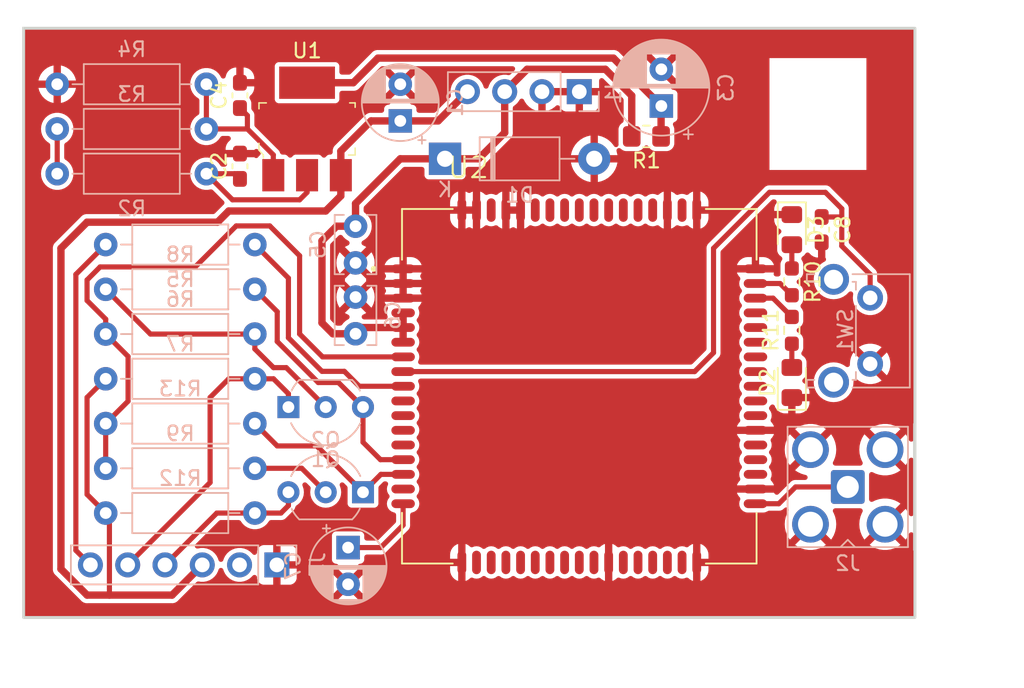
<source format=kicad_pcb>
(kicad_pcb (version 20221018) (generator pcbnew)
  (layers (0 "F.Cu" signal) (31 "B.Cu" signal) (34 "B.Paste" user) (35 "F.Paste" user) (36 "B.SilkS" user "B.Silkscreen") (37 "F.SilkS" user "F.Silkscreen") (38 "B.Mask" user) (39 "F.Mask" user) (44 "Edge.Cuts" user))
  (net 0 "")
  (net 1 "GND")
  (net 2 "/VDD_EXT")
  (net 3 "+5V")
  (net 4 "Net-(C2-Pad1)")
  (net 5 "Net-(U1-ADJ{slash}GND)")
  (net 6 "+BATT")
  (net 7 "Net-(U2-VRTC)")
  (net 8 "Net-(U2-PWRKEY)")
  (net 9 "Net-(D2-A)")
  (net 10 "Net-(D3-A)")
  (net 11 "Net-(J2-In)")
  (net 13 "Net-(J3-Pin_4)")
  (net 14 "Net-(J3-Pin_5)")
  (net 15 "Net-(J3-Pin_6)")
  (net 16 "Net-(Q1-B)")
  (net 17 "Net-(Q1-E)")
  (net 18 "Net-(Q2-C)")
  (net 19 "Net-(Q2-B)")
  (net 20 "Net-(R2-Pad1)")
  (net 21 "Net-(U2-DTR)")
  (net 22 "Net-(U2-NETLIGHT)")
  (net 23 "Net-(U2-STATUS)")
  (footprint "LOGO" (layer "F.Cu") (at 198.628 83.058)
    (fp_text reference "G***" hide)
    (fp_text value "LOGO" hide)
  )
  (footprint "Capacitor_SMD:C_0603_1608Metric_Pad1.08x0.95mm_HandSolder" (layer "F.Cu") (at 159.258 81.788 90)
    (fp_text reference "C4" (at 0 -1.43 90) (layer "F.SilkS"))
    (fp_text value "100n")
    (pad "1" smd roundrect (at -0.8625 0 90) (size 1.075 0.95) (layers "F.Cu" "F.Paste" "F.Mask") (net 5 "Net-(U1-ADJ{slash}GND)"))
    (pad "2" smd roundrect (at 0.8625 0 90) (size 1.075 0.95) (layers "F.Cu" "F.Paste" "F.Mask") (net 1 "GND"))
  )
  (footprint "Capacitor_SMD:C_0603_1608Metric_Pad1.08x0.95mm_HandSolder" (layer "F.Cu") (at 198.882 90.932 -90)
    (fp_text reference "C8" (at 0 -1.43 90) (layer "F.SilkS"))
    (fp_text value "100n")
    (pad "1" smd roundrect (at -0.8625 0 270) (size 1.075 0.95) (layers "F.Cu" "F.Paste" "F.Mask") (net 8 "Net-(U2-PWRKEY)"))
    (pad "2" smd roundrect (at 0.8625 0 270) (size 1.075 0.95) (layers "F.Cu" "F.Paste" "F.Mask") (net 1 "GND"))
  )
  (footprint "Capacitor_SMD:C_0603_1608Metric_Pad1.08x0.95mm_HandSolder" (layer "F.Cu") (at 159.258 86.614 90)
    (fp_text reference "C2" (at 0 -1.43 90) (layer "F.SilkS"))
    (fp_text value "100n")
    (pad "1" smd roundrect (at -0.8625 0 90) (size 1.075 0.95) (layers "F.Cu" "F.Paste" "F.Mask") (net 4 "Net-(C2-Pad1)"))
    (pad "2" smd roundrect (at 0.8625 0 90) (size 1.075 0.95) (layers "F.Cu" "F.Paste" "F.Mask") (net 1 "GND"))
  )
  (footprint "footprints:XCVR_SIM808" (layer "F.Cu") (at 182.372 101.6)
    (fp_text reference "U2" (at -7.555 -14.889) (layer "F.SilkS") (effects (font (size 1.4 1.4))))
    (fp_text value "SIM808")
    (pad "1" smd oval (at -12 -8) (size 1.6 0.6) (layers "F.Cu" "F.Paste" "F.Mask") (net 1 "GND"))
    (pad "2" smd oval (at -12 -7) (size 1.6 0.6) (layers "F.Cu" "F.Paste" "F.Mask") (net 1 "GND"))
    (pad "3" smd oval (at -12 -6) (size 1.6 0.6) (layers "F.Cu" "F.Paste" "F.Mask") (net 1 "GND"))
    (pad "4" smd oval (at -12 -5) (size 1.6 0.6) (layers "F.Cu" "F.Paste" "F.Mask") (net 6 "+BATT"))
    (pad "5" smd oval (at -12 -4) (size 1.6 0.6) (layers "F.Cu" "F.Paste" "F.Mask") (net 6 "+BATT"))
    (pad "6" smd oval (at -12 -3) (size 1.6 0.6) (layers "F.Cu" "F.Paste" "F.Mask") (net 6 "+BATT"))
    (pad "7" smd oval (at -12 -2) (size 1.6 0.6) (layers "F.Cu" "F.Paste" "F.Mask") (net 2 "/VDD_EXT"))
    (pad "8" smd oval (at -12 -1) (size 1.6 0.6) (layers "F.Cu" "F.Paste" "F.Mask") (net 8 "Net-(U2-PWRKEY)"))
    (pad "9" smd oval (at -12 0) (size 1.6 0.6) (layers "F.Cu" "F.Paste" "F.Mask") (net 21 "Net-(U2-DTR)"))
    (pad "10" smd oval (at -12 1) (size 1.6 0.6) (layers "F.Cu" "F.Paste" "F.Mask"))
    (pad "11" smd oval (at -12 2) (size 1.6 0.6) (layers "F.Cu" "F.Paste" "F.Mask"))
    (pad "12" smd oval (at -12 3) (size 1.6 0.6) (layers "F.Cu" "F.Paste" "F.Mask"))
    (pad "13" smd oval (at -12 4) (size 1.6 0.6) (layers "F.Cu" "F.Paste" "F.Mask"))
    (pad "14" smd oval (at -12 5) (size 1.6 0.6) (layers "F.Cu" "F.Paste" "F.Mask") (net 17 "Net-(Q1-E)"))
    (pad "15" smd oval (at -12 6) (size 1.6 0.6) (layers "F.Cu" "F.Paste" "F.Mask") (net 18 "Net-(Q2-C)"))
    (pad "16" smd oval (at -12 7) (size 1.6 0.6) (layers "F.Cu" "F.Paste" "F.Mask"))
    (pad "17" smd oval (at -12 8) (size 1.6 0.6) (layers "F.Cu" "F.Paste" "F.Mask") (net 7 "Net-(U2-VRTC)"))
    (pad "18" smd oval (at -8 12) (size 0.6 1.6) (layers "F.Cu" "F.Paste" "F.Mask") (net 1 "GND"))
    (pad "19" smd oval (at -7 12) (size 0.6 1.6) (layers "F.Cu" "F.Paste" "F.Mask"))
    (pad "20" smd oval (at -6 12) (size 0.6 1.6) (layers "F.Cu" "F.Paste" "F.Mask"))
    (pad "21" smd oval (at -5 12) (size 0.6 1.6) (layers "F.Cu" "F.Paste" "F.Mask"))
    (pad "22" smd oval (at -4 12) (size 0.6 1.6) (layers "F.Cu" "F.Paste" "F.Mask"))
    (pad "23" smd oval (at -3 12) (size 0.6 1.6) (layers "F.Cu" "F.Paste" "F.Mask"))
    (pad "24" smd oval (at -2 12) (size 0.6 1.6) (layers "F.Cu" "F.Paste" "F.Mask"))
    (pad "25" smd oval (at -1 12) (size 0.6 1.6) (layers "F.Cu" "F.Paste" "F.Mask"))
    (pad "26" smd oval (at 0 12) (size 0.6 1.6) (layers "F.Cu" "F.Paste" "F.Mask"))
    (pad "27" smd oval (at 1 12) (size 0.6 1.6) (layers "F.Cu" "F.Paste" "F.Mask"))
    (pad "28" smd oval (at 2 12) (size 0.6 1.6) (layers "F.Cu" "F.Paste" "F.Mask") (net 1 "GND"))
    (pad "29" smd oval (at 3 12) (size 0.6 1.6) (layers "F.Cu" "F.Paste" "F.Mask"))
    (pad "30" smd oval (at 4 12) (size 0.6 1.6) (layers "F.Cu" "F.Paste" "F.Mask"))
    (pad "31" smd oval (at 5 12) (size 0.6 1.6) (layers "F.Cu" "F.Paste" "F.Mask"))
    (pad "32" smd oval (at 6 12) (size 0.6 1.6) (layers "F.Cu" "F.Paste" "F.Mask"))
    (pad "33" smd oval (at 7 12) (size 0.6 1.6) (layers "F.Cu" "F.Paste" "F.Mask"))
    (pad "34" smd oval (at 8 12) (size 0.6 1.6) (layers "F.Cu" "F.Paste" "F.Mask") (net 1 "GND"))
    (pad "35" smd oval (at 12 8) (size 1.6 0.6) (layers "F.Cu" "F.Paste" "F.Mask") (net 11 "Net-(J2-In)"))
    (pad "36" smd oval (at 12 7) (size 1.6 0.6) (layers "F.Cu" "F.Paste" "F.Mask") (net 1 "GND"))
    (pad "37" smd oval (at 12 6) (size 1.6 0.6) (layers "F.Cu" "F.Paste" "F.Mask"))
    (pad "38" smd oval (at 12 5) (size 1.6 0.6) (layers "F.Cu" "F.Paste" "F.Mask"))
    (pad "39" smd oval (at 12 4) (size 1.6 0.6) (layers "F.Cu" "F.Paste" "F.Mask"))
    (pad "40" smd oval (at 12 3) (size 1.6 0.6) (layers "F.Cu" "F.Paste" "F.Mask") (net 1 "GND"))
    (pad "41" smd oval (at 12 2) (size 1.6 0.6) (layers "F.Cu" "F.Paste" "F.Mask"))
    (pad "42" smd oval (at 12 1) (size 1.6 0.6) (layers "F.Cu" "F.Paste" "F.Mask"))
    (pad "43" smd oval (at 12 0) (size 1.6 0.6) (layers "F.Cu" "F.Paste" "F.Mask"))
    (pad "44" smd oval (at 12 -1) (size 1.6 0.6) (layers "F.Cu" "F.Paste" "F.Mask"))
    (pad "45" smd oval (at 12 -2) (size 1.6 0.6) (layers "F.Cu" "F.Paste" "F.Mask"))
    (pad "46" smd oval (at 12 -3) (size 1.6 0.6) (layers "F.Cu" "F.Paste" "F.Mask"))
    (pad "47" smd oval (at 12 -4) (size 1.6 0.6) (layers "F.Cu" "F.Paste" "F.Mask"))
    (pad "48" smd oval (at 12 -5) (size 1.6 0.6) (layers "F.Cu" "F.Paste" "F.Mask"))
    (pad "49" smd oval (at 12 -6) (size 1.6 0.6) (layers "F.Cu" "F.Paste" "F.Mask") (net 23 "Net-(U2-STATUS)"))
    (pad "50" smd oval (at 12 -7) (size 1.6 0.6) (layers "F.Cu" "F.Paste" "F.Mask") (net 22 "Net-(U2-NETLIGHT)"))
    (pad "51" smd oval (at 12 -8) (size 1.6 0.6) (layers "F.Cu" "F.Paste" "F.Mask") (net 1 "GND"))
    (pad "52" smd oval (at 8 -12) (size 0.6 1.6) (layers "F.Cu" "F.Paste" "F.Mask") (net 1 "GND"))
    (pad "53" smd oval (at 7 -12) (size 0.6 1.6) (layers "F.Cu" "F.Paste" "F.Mask"))
    (pad "54" smd oval (at 6 -12) (size 0.6 1.6) (layers "F.Cu" "F.Paste" "F.Mask") (net 1 "GND"))
    (pad "55" smd oval (at 5 -12) (size 0.6 1.6) (layers "F.Cu" "F.Paste" "F.Mask"))
    (pad "56" smd oval (at 4 -12) (size 0.6 1.6) (layers "F.Cu" "F.Paste" "F.Mask"))
    (pad "57" smd oval (at 3 -12) (size 0.6 1.6) (layers "F.Cu" "F.Paste" "F.Mask"))
    (pad "58" smd oval (at 2 -12) (size 0.6 1.6) (layers "F.Cu" "F.Paste" "F.Mask"))
    (pad "59" smd oval (at 1 -12) (size 0.6 1.6) (layers "F.Cu" "F.Paste" "F.Mask"))
    (pad "60" smd oval (at 0 -12) (size 0.6 1.6) (layers "F.Cu" "F.Paste" "F.Mask"))
    (pad "61" smd oval (at -1 -12) (size 0.6 1.6) (layers "F.Cu" "F.Paste" "F.Mask"))
    (pad "62" smd oval (at -2 -12) (size 0.6 1.6) (layers "F.Cu" "F.Paste" "F.Mask"))
    (pad "63" smd oval (at -3 -12) (size 0.6 1.6) (layers "F.Cu" "F.Paste" "F.Mask"))
    (pad "64" smd oval (at -4 -12) (size 0.6 1.6) (layers "F.Cu" "F.Paste" "F.Mask") (net 1 "GND"))
    (pad "65" smd oval (at -5 -12) (size 0.6 1.6) (layers "F.Cu" "F.Paste" "F.Mask") (net 1 "GND"))
    (pad "66" smd oval (at -6 -12) (size 0.6 1.6) (layers "F.Cu" "F.Paste" "F.Mask"))
    (pad "67" smd oval (at -7 -12) (size 0.6 1.6) (layers "F.Cu" "F.Paste" "F.Mask") (net 1 "GND"))
    (pad "68" smd oval (at -8 -12) (size 0.6 1.6) (layers "F.Cu" "F.Paste" "F.Mask") (net 1 "GND"))
  )
  (footprint "digikey-footprints:SOT-223" (layer "F.Cu") (at 163.83 84.074)
    (fp_text reference "U1" (at 0 -5.334) (layer "F.SilkS"))
    (fp_text value "LM1117MPX-ADJ")
    (pad "1" smd rect (at -2.3 3.15) (size 1.5 2.2) (layers "F.Cu" "F.Paste" "F.Mask") (net 5 "Net-(U1-ADJ{slash}GND)"))
    (pad "2" smd rect (at 0 3.15) (size 1.5 2.2) (layers "F.Cu" "F.Paste" "F.Mask") (net 4 "Net-(C2-Pad1)"))
    (pad "3" smd rect (at 2.3 3.15) (size 1.5 2.2) (layers "F.Cu" "F.Paste" "F.Mask") (net 3 "+5V"))
    (pad "4" smd rect (at 0 -3.15) (size 3.8 2.2) (layers "F.Cu" "F.Paste" "F.Mask") (net 4 "Net-(C2-Pad1)"))
  )
  (footprint "LED_SMD:LED_0805_2012Metric_Pad1.15x1.40mm_HandSolder" (layer "F.Cu") (at 196.85 90.932 -90)
    (fp_text reference "D3" (at 0 -1.65 90) (layer "F.SilkS"))
    (fp_text value "LL-S170BC-B4-1A")
    (pad "1" smd roundrect (at -1.025 0 270) (size 1.15 1.4) (layers "F.Cu" "F.Paste" "F.Mask") (roundrect_rratio 0.217391) (net 1 "GND"))
    (pad "2" smd roundrect (at 1.025 0 270) (size 1.15 1.4) (layers "F.Cu" "F.Paste" "F.Mask") (roundrect_rratio 0.217391) (net 10 "Net-(D3-A)"))
  )
  (footprint "LED_SMD:LED_0805_2012Metric_Pad1.15x1.40mm_HandSolder" (layer "F.Cu") (at 196.85 101.346 90)
    (fp_text reference "D2" (at 0 -1.65 90) (layer "F.SilkS"))
    (fp_text value "LL-S170PGC-G5-1A")
    (pad "1" smd roundrect (at -1.025 0 90) (size 1.15 1.4) (layers "F.Cu" "F.Paste" "F.Mask") (roundrect_rratio 0.217391) (net 1 "GND"))
    (pad "2" smd roundrect (at 1.025 0 90) (size 1.15 1.4) (layers "F.Cu" "F.Paste" "F.Mask") (roundrect_rratio 0.217391) (net 9 "Net-(D2-A)"))
  )
  (footprint "Resistor_SMD:R_0603_1608Metric_Pad0.98x0.95mm_HandSolder" (layer "F.Cu") (at 196.85 97.79 90)
    (fp_text reference "R11" (at 0 -1.43 90) (layer "F.SilkS"))
    (fp_text value "1k")
    (pad "1" smd roundrect (at -0.9125 0 90) (size 0.975 0.95) (layers "F.Cu" "F.Paste" "F.Mask") (net 9 "Net-(D2-A)"))
    (pad "2" smd roundrect (at 0.9125 0 90) (size 0.975 0.95) (layers "F.Cu" "F.Paste" "F.Mask") (net 23 "Net-(U2-STATUS)"))
  )
  (footprint "Resistor_SMD:R_0805_2012Metric_Pad1.20x1.40mm_HandSolder" (layer "F.Cu") (at 186.944 84.582 180)
    (fp_text reference "R1" (at 0 -1.65) (layer "F.SilkS"))
    (fp_text value "0R")
    (pad "1" smd roundrect (at -1 0 180) (size 1.2 1.4) (layers "F.Cu" "F.Paste" "F.Mask") (roundrect_rratio 0.208333) (net 4 "Net-(C2-Pad1)"))
    (pad "2" smd roundrect (at 1 0 180) (size 1.2 1.4) (layers "F.Cu" "F.Paste" "F.Mask") (roundrect_rratio 0.208333) (net 6 "+BATT"))
  )
  (footprint "Resistor_SMD:R_0603_1608Metric_Pad0.98x0.95mm_HandSolder" (layer "F.Cu") (at 196.85 94.488 -90)
    (fp_text reference "R10" (at 0 -1.43 90) (layer "F.SilkS"))
    (fp_text value "1k")
    (pad "1" smd roundrect (at -0.9125 0 270) (size 0.975 0.95) (layers "F.Cu" "F.Paste" "F.Mask") (net 10 "Net-(D3-A)"))
    (pad "2" smd roundrect (at 0.9125 0 270) (size 0.975 0.95) (layers "F.Cu" "F.Paste" "F.Mask") (net 22 "Net-(U2-NETLIGHT)"))
  )
  (footprint "Resistor_THT:R_Axial_DIN0207_L6.3mm_D2.5mm_P10.16mm_Horizontal" (layer "B.Cu") (at 156.972 84.074 180)
    (fp_text reference "R3" (at 5.08 2.37) (layer "B.SilkS") (effects (justify mirror)))
    (fp_text value "100R")
    (pad "1" thru_hole circle (at 0 0 180) (size 1.6 1.6) (drill 0.8) (layers "*.Cu" "*.Mask") (net 5 "Net-(U1-ADJ{slash}GND)"))
    (pad "2" thru_hole oval (at 10.16 0 180) (size 1.6 1.6) (drill 0.8) (layers "*.Cu" "*.Mask") (net 20 "Net-(R2-Pad1)"))
  )
  (footprint "Resistor_THT:R_Axial_DIN0207_L6.3mm_D2.5mm_P10.16mm_Horizontal" (layer "B.Cu") (at 160.274 104.14 180)
    (fp_text reference "R13" (at 5.08 2.37) (layer "B.SilkS") (effects (justify mirror)))
    (fp_text value "4k7")
    (pad "1" thru_hole circle (at 0 0 180) (size 1.6 1.6) (drill 0.8) (layers "*.Cu" "*.Mask") (net 18 "Net-(Q2-C)"))
    (pad "2" thru_hole oval (at 10.16 0 180) (size 1.6 1.6) (drill 0.8) (layers "*.Cu" "*.Mask") (net 2 "/VDD_EXT"))
  )
  (footprint "Resistor_THT:R_Axial_DIN0207_L6.3mm_D2.5mm_P10.16mm_Horizontal" (layer "B.Cu") (at 160.274 98.044 180)
    (fp_text reference "R6" (at 5.08 2.37) (layer "B.SilkS") (effects (justify mirror)))
    (fp_text value "4k7")
    (pad "1" thru_hole circle (at 0 0 180) (size 1.6 1.6) (drill 0.8) (layers "*.Cu" "*.Mask") (net 16 "Net-(Q1-B)"))
    (pad "2" thru_hole oval (at 10.16 0 180) (size 1.6 1.6) (drill 0.8) (layers "*.Cu" "*.Mask") (net 2 "/VDD_EXT"))
  )
  (footprint "Resistor_THT:R_Axial_DIN0207_L6.3mm_D2.5mm_P10.16mm_Horizontal" (layer "B.Cu") (at 160.274 94.996 180)
    (fp_text reference "R8" (at 5.08 2.37) (layer "B.SilkS") (effects (justify mirror)))
    (fp_text value "47k")
    (pad "1" thru_hole circle (at 0 0 180) (size 1.6 1.6) (drill 0.8) (layers "*.Cu" "*.Mask") (net 17 "Net-(Q1-E)"))
    (pad "2" thru_hole oval (at 10.16 0 180) (size 1.6 1.6) (drill 0.8) (layers "*.Cu" "*.Mask") (net 16 "Net-(Q1-B)"))
  )
  (footprint "Connector_PinSocket_2.54mm:PinSocket_1x06_P2.54mm_Vertical" (layer "B.Cu") (at 161.773 113.767 90)
    (fp_text reference "J3" (at 0 2.77 90) (layer "B.SilkS") (effects (justify mirror)))
    (fp_text value "Conn_01x06_Socket")
    (pad "1" thru_hole rect (at 0 0 90) (size 1.7 1.7) (drill 1) (layers "*.Cu" "*.Mask") (net 1 "GND"))
    (pad "2" thru_hole oval (at 0 -2.54 90) (size 1.7 1.7) (drill 1) (layers "*.Cu" "*.Mask"))
    (pad "3" thru_hole oval (at 0 -5.08 90) (size 1.7 1.7) (drill 1) (layers "*.Cu" "*.Mask") (net 3 "+5V"))
    (pad "4" thru_hole oval (at 0 -7.62 90) (size 1.7 1.7) (drill 1) (layers "*.Cu" "*.Mask") (net 13 "Net-(J3-Pin_4)"))
    (pad "5" thru_hole oval (at 0 -10.16 90) (size 1.7 1.7) (drill 1) (layers "*.Cu" "*.Mask") (net 14 "Net-(J3-Pin_5)"))
    (pad "6" thru_hole oval (at 0 -12.7 90) (size 1.7 1.7) (drill 1) (layers "*.Cu" "*.Mask") (net 15 "Net-(J3-Pin_6)"))
  )
  (footprint "Resistor_THT:R_Axial_DIN0207_L6.3mm_D2.5mm_P10.16mm_Horizontal" (layer "B.Cu") (at 146.811998 87.122002)
    (fp_text reference "R2" (at 5.08 2.37) (layer "B.SilkS") (effects (justify mirror)))
    (fp_text value "1k")
    (pad "1" thru_hole circle (at 0 0) (size 1.6 1.6) (drill 0.8) (layers "*.Cu" "*.Mask") (net 20 "Net-(R2-Pad1)"))
    (pad "2" thru_hole oval (at 10.16 0) (size 1.6 1.6) (drill 0.8) (layers "*.Cu" "*.Mask") (net 4 "Net-(C2-Pad1)"))
  )
  (footprint "Capacitor_THT:CP_Radial_D5.0mm_P2.50mm" (layer "B.Cu") (at 166.624 112.586888 -90)
    (fp_text reference "C7" (at 1.25 3.75 90) (layer "B.SilkS") (effects (justify mirror)))
    (fp_text value "10u")
    (pad "1" thru_hole rect (at 0 0 270) (size 1.6 1.6) (drill 0.8) (layers "*.Cu" "*.Mask") (net 7 "Net-(U2-VRTC)"))
    (pad "2" thru_hole circle (at 2.5 0 270) (size 1.6 1.6) (drill 0.8) (layers "*.Cu" "*.Mask") (net 1 "GND"))
  )
  (footprint "Resistor_THT:R_Axial_DIN0207_L6.3mm_D2.5mm_P10.16mm_Horizontal" (layer "B.Cu") (at 156.972 81.026 180)
    (fp_text reference "R4" (at 5.08 2.37) (layer "B.SilkS") (effects (justify mirror)))
    (fp_text value "2k2")
    (pad "1" thru_hole circle (at 0 0 180) (size 1.6 1.6) (drill 0.8) (layers "*.Cu" "*.Mask") (net 5 "Net-(U1-ADJ{slash}GND)"))
    (pad "2" thru_hole oval (at 10.16 0 180) (size 1.6 1.6) (drill 0.8) (layers "*.Cu" "*.Mask") (net 1 "GND"))
  )
  (footprint "Connector_Coaxial:SMA_Amphenol_901-143_Horizontal" (layer "B.Cu") (at 200.66 108.458 90)
    (fp_text reference "J2" (at -5.2 0) (layer "B.SilkS") (effects (justify mirror)))
    (fp_text value "AMPHENOL SMA6252A2-3GT50G-50")
    (fp_line (start 4.3 4.5) (end -4.3 4.5) (stroke (width 0.1)) (layer "Edge.Cuts"))
    (pad "1" thru_hole roundrect (at 0 0 90) (size 2.3 2.3) (drill 1.5) (layers "*.Cu" "*.Mask") (roundrect_rratio 0.087) (net 11 "Net-(J2-In)"))
    (pad "2" thru_hole circle (at -2.54 -2.54 90) (size 2.5 2.5) (drill 1.7) (layers "*.Cu" "*.Mask") (net 1 "GND"))
    (pad "2" thru_hole circle (at -2.54 2.54 90) (size 2.5 2.5) (drill 1.7) (layers "*.Cu" "*.Mask") (net 1 "GND"))
    (pad "2" thru_hole circle (at 2.54 -2.54 90) (size 2.5 2.5) (drill 1.7) (layers "*.Cu" "*.Mask") (net 1 "GND"))
    (pad "2" thru_hole circle (at 2.54 2.54 90) (size 2.5 2.5) (drill 1.7) (layers "*.Cu" "*.Mask") (net 1 "GND"))
  )
  (footprint "Connector_PinHeader_2.54mm:PinHeader_1x04_P2.54mm_Vertical" (layer "B.Cu") (at 182.372 81.534 90)
    (fp_text reference "J1" (at 0 2.33 90) (layer "B.SilkS") (effects (justify mirror)))
    (fp_text value "Conn_01x04_Pin")
    (pad "1" thru_hole rect (at 0 0 90) (size 1.7 1.7) (drill 1) (layers "*.Cu" "*.Mask") (net 1 "GND"))
    (pad "2" thru_hole oval (at 0 -2.54 90) (size 1.7 1.7) (drill 1) (layers "*.Cu" "*.Mask") (net 1 "GND"))
    (pad "3" thru_hole oval (at 0 -5.08 90) (size 1.7 1.7) (drill 1) (layers "*.Cu" "*.Mask") (net 6 "+BATT"))
    (pad "4" thru_hole oval (at 0 -7.62 90) (size 1.7 1.7) (drill 1) (layers "*.Cu" "*.Mask") (net 3 "+5V"))
  )
  (footprint "Capacitor_THT:CP_Radial_D5.0mm_P2.50mm" (layer "B.Cu") (at 170.18 83.526 90)
    (fp_text reference "C1" (at 1.25 3.75 90) (layer "B.SilkS") (effects (justify mirror)))
    (fp_text value "10u")
    (pad "1" thru_hole rect (at 0 0 90) (size 1.6 1.6) (drill 0.8) (layers "*.Cu" "*.Mask") (net 3 "+5V"))
    (pad "2" thru_hole circle (at 2.5 0 90) (size 1.6 1.6) (drill 0.8) (layers "*.Cu" "*.Mask") (net 1 "GND"))
  )
  (footprint "Resistor_THT:R_Axial_DIN0207_L6.3mm_D2.5mm_P10.16mm_Horizontal" (layer "B.Cu") (at 160.274 107.188 180)
    (fp_text reference "R9" (at 5.08 2.37) (layer "B.SilkS") (effects (justify mirror)))
    (fp_text value "4k7")
    (pad "1" thru_hole circle (at 0 0 180) (size 1.6 1.6) (drill 0.8) (layers "*.Cu" "*.Mask") (net 19 "Net-(Q2-B)"))
    (pad "2" thru_hole oval (at 10.16 0 180) (size 1.6 1.6) (drill 0.8) (layers "*.Cu" "*.Mask") (net 2 "/VDD_EXT"))
  )
  (footprint "Package_TO_SOT_THT:TO-92_Inline_Wide" (layer "B.Cu") (at 167.64 108.818 180)
    (fp_text reference "Q2" (at 2.54 3.56) (layer "B.SilkS") (effects (justify mirror)))
    (fp_text value "BC547")
    (pad "1" thru_hole rect (at 0 0 180) (size 1.5 1.5) (drill 0.8) (layers "*.Cu" "*.Mask") (net 18 "Net-(Q2-C)"))
    (pad "2" thru_hole circle (at 2.54 0 180) (size 1.5 1.5) (drill 0.8) (layers "*.Cu" "*.Mask") (net 19 "Net-(Q2-B)"))
    (pad "3" thru_hole circle (at 5.08 0 180) (size 1.5 1.5) (drill 0.8) (layers "*.Cu" "*.Mask") (net 13 "Net-(J3-Pin_4)"))
  )
  (footprint "Resistor_THT:R_Axial_DIN0207_L6.3mm_D2.5mm_P10.16mm_Horizontal" (layer "B.Cu") (at 160.274 110.236 180)
    (fp_text reference "R12" (at 5.08 2.37) (layer "B.SilkS") (effects (justify mirror)))
    (fp_text value "47k")
    (pad "1" thru_hole circle (at 0 0 180) (size 1.6 1.6) (drill 0.8) (layers "*.Cu" "*.Mask") (net 13 "Net-(J3-Pin_4)"))
    (pad "2" thru_hole oval (at 10.16 0 180) (size 1.6 1.6) (drill 0.8) (layers "*.Cu" "*.Mask") (net 3 "+5V"))
  )
  (footprint "Resistor_THT:R_Axial_DIN0207_L6.3mm_D2.5mm_P10.16mm_Horizontal" (layer "B.Cu") (at 160.274 101.092 180)
    (fp_text reference "R7" (at 5.08 2.37) (layer "B.SilkS") (effects (justify mirror)))
    (fp_text value "4k7")
    (pad "1" thru_hole circle (at 0 0 180) (size 1.6 1.6) (drill 0.8) (layers "*.Cu" "*.Mask") (net 14 "Net-(J3-Pin_5)"))
    (pad "2" thru_hole oval (at 10.16 0 180) (size 1.6 1.6) (drill 0.8) (layers "*.Cu" "*.Mask") (net 3 "+5V"))
  )
  (footprint "Resistor_THT:R_Axial_DIN0207_L6.3mm_D2.5mm_P10.16mm_Horizontal" (layer "B.Cu") (at 150.114 91.948)
    (fp_text reference "R5" (at 5.08 2.37) (layer "B.SilkS") (effects (justify mirror)))
    (fp_text value "0R")
    (pad "1" thru_hole circle (at 0 0) (size 1.6 1.6) (drill 0.8) (layers "*.Cu" "*.Mask") (net 15 "Net-(J3-Pin_6)"))
    (pad "2" thru_hole oval (at 10.16 0) (size 1.6 1.6) (drill 0.8) (layers "*.Cu" "*.Mask") (net 21 "Net-(U2-DTR)"))
  )
  (footprint "Capacitor_THT:C_Disc_D3.8mm_W2.6mm_P2.50mm" (layer "B.Cu") (at 167.132 98.024 90)
    (fp_text reference "C6" (at 1.25 2.55 90) (layer "B.SilkS") (effects (justify mirror)))
    (fp_text value "10p")
    (pad "1" thru_hole circle (at 0 0 90) (size 1.6 1.6) (drill 0.8) (layers "*.Cu" "*.Mask") (net 6 "+BATT"))
    (pad "2" thru_hole circle (at 2.5 0 90) (size 1.6 1.6) (drill 0.8) (layers "*.Cu" "*.Mask") (net 1 "GND"))
  )
  (footprint "Capacitor_THT:C_Disc_D3.8mm_W2.6mm_P2.50mm" (layer "B.Cu") (at 167.132 90.698 -90)
    (fp_text reference "C5" (at 1.25 2.55 90) (layer "B.SilkS") (effects (justify mirror)))
    (fp_text value "33p")
    (pad "1" thru_hole circle (at 0 0 270) (size 1.6 1.6) (drill 0.8) (layers "*.Cu" "*.Mask") (net 6 "+BATT"))
    (pad "2" thru_hole circle (at 2.5 0 270) (size 1.6 1.6) (drill 0.8) (layers "*.Cu" "*.Mask") (net 1 "GND"))
  )
  (footprint "Button_Switch_THT:SW_Tactile_SPST_Angled_PTS645Vx83-2LFS" (layer "B.Cu") (at 202.184 100.076 90)
    (fp_text reference "SW1" (at 2.25 -1.68 90) (layer "B.SilkS") (effects (justify mirror)))
    (fp_text value "SCHURTER 1301.9502")
    (pad "" thru_hole circle (at -1.25 -2.49 90) (size 2.1 2.1) (drill 1.3) (layers "*.Cu" "*.Mask"))
    (pad "" thru_hole circle (at 5.76 -2.49 90) (size 2.1 2.1) (drill 1.3) (layers "*.Cu" "*.Mask"))
    (pad "1" thru_hole circle (at 0 0 90) (size 1.75 1.75) (drill 0.99) (layers "*.Cu" "*.Mask") (net 1 "GND"))
    (pad "2" thru_hole circle (at 4.5 0 90) (size 1.75 1.75) (drill 0.99) (layers "*.Cu" "*.Mask") (net 8 "Net-(U2-PWRKEY)"))
  )
  (footprint "Diode_THT:D_DO-41_SOD81_P10.16mm_Horizontal" (layer "B.Cu") (at 173.228 86.106)
    (fp_text reference "D1" (at 5.08 2.47) (layer "B.SilkS") (effects (justify mirror)))
    (fp_text value "5V1 1.3W")
    (fp_text user "K" (at 0 2.1) (layer "B.SilkS") (effects (justify mirror)))
    (pad "1" thru_hole rect (at 0 0) (size 2.2 2.2) (drill 1.1) (layers "*.Cu" "*.Mask") (net 6 "+BATT"))
    (pad "2" thru_hole oval (at 10.16 0) (size 2.2 2.2) (drill 1.1) (layers "*.Cu" "*.Mask") (net 1 "GND"))
  )
  (footprint "Capacitor_THT:CP_Radial_D6.3mm_P2.50mm" (layer "B.Cu") (at 187.96 82.51 90)
    (fp_text reference "C3" (at 1.25 4.4 90) (layer "B.SilkS") (effects (justify mirror)))
    (fp_text value "100u")
    (pad "1" thru_hole rect (at 0 0 90) (size 1.6 1.6) (drill 0.8) (layers "*.Cu" "*.Mask") (net 4 "Net-(C2-Pad1)"))
    (pad "2" thru_hole circle (at 2.5 0 90) (size 1.6 1.6) (drill 0.8) (layers "*.Cu" "*.Mask") (net 1 "GND"))
  )
  (footprint "Package_TO_SOT_THT:TO-92_Inline_Wide" (layer "B.Cu") (at 162.56 103.018)
    (fp_text reference "Q1" (at 2.54 3.56) (layer "B.SilkS") (effects (justify mirror)))
    (fp_text value "BC547")
    (pad "1" thru_hole rect (at 0 0) (size 1.5 1.5) (drill 0.8) (layers "*.Cu" "*.Mask") (net 14 "Net-(J3-Pin_5)"))
    (pad "2" thru_hole circle (at 2.54 0) (size 1.5 1.5) (drill 0.8) (layers "*.Cu" "*.Mask") (net 16 "Net-(Q1-B)"))
    (pad "3" thru_hole circle (at 5.08 0) (size 1.5 1.5) (drill 0.8) (layers "*.Cu" "*.Mask") (net 17 "Net-(Q1-E)"))
  )
  (gr_rect (start 144.526 77.216) (end 205.232 117.348) (stroke (width 0.2)) (fill none) (layer "Edge.Cuts"))
  (segment (start 164.885909 99.6) (end 163.322 98.036091) (width 0.35) (layer "F.Cu") (net 2))
  (segment (start 163.322 98.036091) (end 163.322 92.71) (width 0.35) (layer "F.Cu") (net 2))
  (segment (start 150.114 107.188) (end 150.114 104.14) (width 0.35) (layer "F.Cu") (net 2))
  (segment (start 156.21 93.472) (end 149.733 93.472) (width 0.35) (layer "F.Cu") (net 2))
  (segment (start 159.004 90.678) (end 156.21 93.472) (width 0.35) (layer "F.Cu") (net 2))
  (segment (start 151.638 99.568) (end 150.114 98.044) (width 0.35) (layer "F.Cu") (net 2))
  (segment (start 150.114 97.028) (end 150.114 98.044) (width 0.35) (layer "F.Cu") (net 2))
  (segment (start 170.372 99.6) (end 164.885909 99.6) (width 0.35) (layer "F.Cu") (net 2))
  (segment (start 161.29 90.678) (end 159.004 90.678) (width 0.35) (layer "F.Cu") (net 2))
  (segment (start 148.844 94.361) (end 148.844 95.758) (width 0.35) (layer "F.Cu") (net 2))
  (segment (start 163.322 92.71) (end 161.29 90.678) (width 0.35) (layer "F.Cu") (net 2))
  (segment (start 149.733 93.472) (end 148.844 94.361) (width 0.35) (layer "F.Cu") (net 2))
  (segment (start 148.844 95.758) (end 150.114 97.028) (width 0.35) (layer "F.Cu") (net 2))
  (segment (start 151.638 102.616) (end 151.638 99.568) (width 0.35) (layer "F.Cu") (net 2))
  (segment (start 150.114 104.14) (end 151.638 102.616) (width 0.35) (layer "F.Cu") (net 2))
  (segment (start 150.368 110.49) (end 150.368 115.824) (width 0.35) (layer "F.Cu") (net 3))
  (segment (start 172.76 83.526) (end 174.752 81.534) (width 0.5) (layer "F.Cu") (net 3))
  (segment (start 156.693 113.767) (end 154.636 115.824) (width 0.5) (layer "F.Cu") (net 3))
  (segment (start 154.636 115.824) (end 150.368 115.824) (width 0.5) (layer "F.Cu") (net 3))
  (segment (start 147.066 114.046) (end 147.066 92.202) (width 0.5) (layer "F.Cu") (net 3))
  (segment (start 150.114 110.236) (end 148.844 108.966) (width 0.35) (layer "F.Cu") (net 3))
  (segment (start 165.1 89.662) (end 166.13 88.632) (width 0.5) (layer "F.Cu") (net 3))
  (segment (start 150.368 115.824) (end 148.844 115.824) (width 0.5) (layer "F.Cu") (net 3))
  (segment (start 166.13 87.224) (end 166.13 85.584) (width 0.5) (layer "F.Cu") (net 3))
  (segment (start 168.188 83.526) (end 170.18 83.526) (width 0.5) (layer "F.Cu") (net 3))
  (segment (start 148.844 90.424) (end 157.734 90.424) (width 0.5) (layer "F.Cu") (net 3))
  (segment (start 148.844 115.824) (end 147.066 114.046) (width 0.5) (layer "F.Cu") (net 3))
  (segment (start 148.844 108.966) (end 148.844 102.362) (width 0.35) (layer "F.Cu") (net 3))
  (segment (start 147.066 92.202) (end 148.844 90.424) (width 0.5) (layer "F.Cu") (net 3))
  (segment (start 170.18 83.526) (end 172.76 83.526) (width 0.5) (layer "F.Cu") (net 3))
  (segment (start 166.13 85.584) (end 168.188 83.526) (width 0.5) (layer "F.Cu") (net 3))
  (segment (start 158.496 89.662) (end 165.1 89.662) (width 0.5) (layer "F.Cu") (net 3))
  (segment (start 166.13 88.632) (end 166.13 87.224) (width 0.5) (layer "F.Cu") (net 3))
  (segment (start 148.844 102.362) (end 150.114 101.092) (width 0.35) (layer "F.Cu") (net 3))
  (segment (start 150.114 110.236) (end 150.368 110.49) (width 0.35) (layer "F.Cu") (net 3))
  (segment (start 157.734 90.424) (end 158.496 89.662) (width 0.5) (layer "F.Cu") (net 3))
  (segment (start 163.322 88.9) (end 158.749996 88.9) (width 0.35) (layer "F.Cu") (net 4))
  (segment (start 187.944 84.582) (end 187.944 82.526) (width 0.5) (layer "F.Cu") (net 4))
  (segment (start 163.83 80.924) (end 166.98 80.924) (width 0.5) (layer "F.Cu") (net 4))
  (segment (start 184.698 79.248) (end 187.96 82.51) (width 0.5) (layer "F.Cu") (net 4))
  (segment (start 158.903502 87.122002) (end 156.971998 87.122002) (width 0.35) (layer "F.Cu") (net 4))
  (segment (start 158.749996 88.9) (end 156.971998 87.122002) (width 0.35) (layer "F.Cu") (net 4))
  (segment (start 159.258 87.4765) (end 158.903502 87.122002) (width 0.35) (layer "F.Cu") (net 4))
  (segment (start 163.83 87.224) (end 163.83 88.392) (width 0.35) (layer "F.Cu") (net 4))
  (segment (start 163.83 88.392) (end 163.322 88.9) (width 0.35) (layer "F.Cu") (net 4))
  (segment (start 187.944 82.526) (end 187.96 82.51) (width 0.5) (layer "F.Cu") (net 4))
  (segment (start 166.98 80.924) (end 168.656 79.248) (width 0.5) (layer "F.Cu") (net 4))
  (segment (start 168.656 79.248) (end 184.698 79.248) (width 0.5) (layer "F.Cu") (net 4))
  (segment (start 156.972 84.074) (end 156.972 81.026) (width 0.35) (layer "F.Cu") (net 5))
  (segment (start 159.766 84.074) (end 159.766 83.1585) (width 0.35) (layer "F.Cu") (net 5))
  (segment (start 161.53 87.224) (end 161.53 85.838) (width 0.35) (layer "F.Cu") (net 5))
  (segment (start 161.53 85.838) (end 159.766 84.074) (width 0.35) (layer "F.Cu") (net 5))
  (segment (start 159.766 83.1585) (end 159.258 82.6505) (width 0.35) (layer "F.Cu") (net 5))
  (segment (start 159.766 84.074) (end 156.972 84.074) (width 0.35) (layer "F.Cu") (net 5))
  (segment (start 167.556 97.6) (end 167.132 98.024) (width 0.5) (layer "F.Cu") (net 6))
  (segment (start 165.842 90.698) (end 167.132 90.698) (width 0.5) (layer "F.Cu") (net 6))
  (segment (start 173.228 86.106) (end 175.514 86.106) (width 0.5) (layer "F.Cu") (net 6))
  (segment (start 175.514 86.106) (end 177.292 84.328) (width 0.5) (layer "F.Cu") (net 6))
  (segment (start 170.372 97.6) (end 170.372 96.6) (width 0.5) (layer "F.Cu") (net 6))
  (segment (start 170.372 97.6) (end 167.556 97.6) (width 0.5) (layer "F.Cu") (net 6))
  (segment (start 185.944 84.582) (end 185.944 81.804) (width 0.5) (layer "F.Cu") (net 6))
  (segment (start 177.292 84.328) (end 177.292 81.534) (width 0.5) (layer "F.Cu") (net 6))
  (segment (start 178.816 80.01) (end 177.292 81.534) (width 0.5) (layer "F.Cu") (net 6))
  (segment (start 164.846 97.282) (end 164.846 91.694) (width 0.5) (layer "F.Cu") (net 6))
  (segment (start 170.372 98.6) (end 170.372 97.6) (width 0.5) (layer "F.Cu") (net 6))
  (segment (start 165.588 98.024) (end 164.846 97.282) (width 0.5) (layer "F.Cu") (net 6))
  (segment (start 185.944 81.804) (end 184.15 80.01) (width 0.5) (layer "F.Cu") (net 6))
  (segment (start 167.132 89.154) (end 170.18 86.106) (width 0.5) (layer "F.Cu") (net 6))
  (segment (start 184.15 80.01) (end 178.816 80.01) (width 0.5) (layer "F.Cu") (net 6))
  (segment (start 167.132 90.698) (end 167.132 89.154) (width 0.5) (layer "F.Cu") (net 6))
  (segment (start 170.18 86.106) (end 173.228 86.106) (width 0.5) (layer "F.Cu") (net 6))
  (segment (start 164.846 91.694) (end 165.842 90.698) (width 0.5) (layer "F.Cu") (net 6))
  (segment (start 167.132 98.024) (end 165.588 98.024) (width 0.5) (layer "F.Cu") (net 6))
  (segment (start 170.372 111.06) (end 170.372 109.6) (width 0.35) (layer "F.Cu") (net 7))
  (segment (start 166.624 112.586888) (end 168.845112 112.586888) (width 0.35) (layer "F.Cu") (net 7))
  (segment (start 168.845112 112.586888) (end 170.372 111.06) (width 0.35) (layer "F.Cu") (net 7))
  (segment (start 170.372 100.6) (end 190.23 100.6) (width 0.35) (layer "F.Cu") (net 8))
  (segment (start 199.136 88.392) (end 200.2525 89.5085) (width 0.35) (layer "F.Cu") (net 8))
  (segment (start 198.882 90.0695) (end 200.152 90.0695) (width 0.35) (layer "F.Cu") (net 8))
  (segment (start 191.516 99.314) (end 191.516 92.202) (width 0.35) (layer "F.Cu") (net 8))
  (segment (start 202.184 93.98) (end 200.2525 92.0485) (width 0.35) (layer "F.Cu") (net 8))
  (segment (start 190.23 100.6) (end 191.516 99.314) (width 0.35) (layer "F.Cu") (net 8))
  (segment (start 200.152 90.0695) (end 200.2525 90.17) (width 0.35) (layer "F.Cu") (net 8))
  (segment (start 195.326 88.392) (end 199.136 88.392) (width 0.35) (layer "F.Cu") (net 8))
  (segment (start 200.2525 89.5085) (end 200.2525 90.17) (width 0.35) (layer "F.Cu") (net 8))
  (segment (start 200.2525 90.17) (end 200.2525 92.0485) (width 0.35) (layer "F.Cu") (net 8))
  (segment (start 202.184 95.576) (end 202.184 93.98) (width 0.35) (layer "F.Cu") (net 8))
  (segment (start 191.516 92.202) (end 195.326 88.392) (width 0.35) (layer "F.Cu") (net 8))
  (segment (start 196.85 98.7025) (end 196.85 100.321) (width 0.35) (layer "F.Cu") (net 9))
  (segment (start 196.85 93.5755) (end 196.85 91.957) (width 0.35) (layer "F.Cu") (net 10))
  (segment (start 197.104 108.458) (end 200.66 108.458) (width 0.35) (layer "F.Cu") (net 11))
  (segment (start 194.372 109.6) (end 195.962 109.6) (width 0.35) (layer "F.Cu") (net 11))
  (segment (start 195.962 109.6) (end 197.104 108.458) (width 0.35) (layer "F.Cu") (net 11))
  (segment (start 162.052 110.236) (end 160.274 110.236) (width 0.35) (layer "F.Cu") (net 13))
  (segment (start 154.153 113.767) (end 157.684 110.236) (width 0.35) (layer "F.Cu") (net 13))
  (segment (start 162.56 108.818) (end 162.56 109.728) (width 0.35) (layer "F.Cu") (net 13))
  (segment (start 162.56 109.728) (end 162.052 110.236) (width 0.35) (layer "F.Cu") (net 13))
  (segment (start 157.684 110.236) (end 160.274 110.236) (width 0.35) (layer "F.Cu") (net 13))
  (segment (start 160.274 101.092) (end 161.544 101.092) (width 0.35) (layer "F.Cu") (net 14))
  (segment (start 158.496 101.092) (end 160.274 101.092) (width 0.35) (layer "F.Cu") (net 14))
  (segment (start 161.544 101.092) (end 162.56 102.108) (width 0.35) (layer "F.Cu") (net 14))
  (segment (start 157.226 102.362) (end 158.496 101.092) (width 0.35) (layer "F.Cu") (net 14))
  (segment (start 151.613 113.767) (end 157.226 108.154) (width 0.35) (layer "F.Cu") (net 14))
  (segment (start 162.56 102.108) (end 162.56 103.018) (width 0.35) (layer "F.Cu") (net 14))
  (segment (start 157.226 108.154) (end 157.226 102.362) (width 0.35) (layer "F.Cu") (net 14))
  (segment (start 148.082 112.776) (end 148.082 93.98) (width 0.35) (layer "F.Cu") (net 15))
  (segment (start 148.082 93.98) (end 150.114 91.948) (width 0.35) (layer "F.Cu") (net 15))
  (segment (start 149.073 113.767) (end 148.082 112.776) (width 0.35) (layer "F.Cu") (net 15))
  (segment (start 150.114 94.996) (end 153.162 98.044) (width 0.35) (layer "F.Cu") (net 16))
  (segment (start 153.162 98.044) (end 160.274 98.044) (width 0.35) (layer "F.Cu") (net 16))
  (segment (start 161.544 100.33) (end 160.274 99.06) (width 0.35) (layer "F.Cu") (net 16))
  (segment (start 160.274 99.06) (end 160.274 98.044) (width 0.35) (layer "F.Cu") (net 16))
  (segment (start 162.412 100.33) (end 161.544 100.33) (width 0.35) (layer "F.Cu") (net 16))
  (segment (start 165.1 103.018) (end 162.412 100.33) (width 0.35) (layer "F.Cu") (net 16))
  (segment (start 161.798 96.52) (end 161.798 98.552) (width 0.35) (layer "F.Cu") (net 17))
  (segment (start 168.83 106.6) (end 167.64 105.41) (width 0.35) (layer "F.Cu") (net 17))
  (segment (start 165.968 101.346) (end 167.64 103.018) (width 0.35) (layer "F.Cu") (net 17))
  (segment (start 164.592 101.346) (end 165.968 101.346) (width 0.35) (layer "F.Cu") (net 17))
  (segment (start 167.64 105.41) (end 167.64 103.018) (width 0.35) (layer "F.Cu") (net 17))
  (segment (start 160.274 94.996) (end 161.798 96.52) (width 0.35) (layer "F.Cu") (net 17))
  (segment (start 170.372 106.6) (end 168.83 106.6) (width 0.35) (layer "F.Cu") (net 17))
  (segment (start 161.798 98.552) (end 164.592 101.346) (width 0.35) (layer "F.Cu") (net 17))
  (segment (start 164.486 105.664) (end 161.798 105.664) (width 0.35) (layer "F.Cu") (net 18))
  (segment (start 167.64 108.818) (end 164.486 105.664) (width 0.35) (layer "F.Cu") (net 18))
  (segment (start 161.798 105.664) (end 160.274 104.14) (width 0.35) (layer "F.Cu") (net 18))
  (segment (start 168.858 107.6) (end 167.64 108.818) (width 0.35) (layer "F.Cu") (net 18))
  (segment (start 170.372 107.6) (end 168.858 107.6) (width 0.35) (layer "F.Cu") (net 18))
  (segment (start 163.47 107.188) (end 160.274 107.188) (width 0.35) (layer "F.Cu") (net 19))
  (segment (start 165.1 108.818) (end 163.47 107.188) (width 0.35) (layer "F.Cu") (net 19))
  (segment (start 146.812 87.122) (end 146.812 84.074) (width 0.35) (layer "F.Cu") (net 20))
  (segment (start 146.811998 87.122002) (end 146.812 87.122) (width 0.35) (layer "F.Cu") (net 20))
  (segment (start 162.56 98.298) (end 162.56 94.234) (width 0.35) (layer "F.Cu") (net 21))
  (segment (start 167.386 101.6) (end 166.37 100.584) (width 0.35) (layer "F.Cu") (net 21))
  (segment (start 162.56 94.234) (end 160.274 91.948) (width 0.35) (layer "F.Cu") (net 21))
  (segment (start 166.37 100.584) (end 164.846 100.584) (width 0.35) (layer "F.Cu") (net 21))
  (segment (start 170.372 101.6) (end 167.386 101.6) (width 0.35) (layer "F.Cu") (net 21))
  (segment (start 164.846 100.584) (end 162.56 98.298) (width 0.35) (layer "F.Cu") (net 21))
  (segment (start 194.372 94.6) (end 196.0495 94.6) (width 0.35) (layer "F.Cu") (net 22))
  (segment (start 196.0495 94.6) (end 196.85 95.4005) (width 0.35) (layer "F.Cu") (net 22))
  (segment (start 195.5725 95.6) (end 196.85 96.8775) (width 0.35) (layer "F.Cu") (net 23))
  (segment (start 194.372 95.6) (end 195.5725 95.6) (width 0.35) (layer "F.Cu") (net 23))
  (zone (net 0) (net_name "") (layer "F.Cu") (connect_pads (clearance 0)) (min_thickness 0.35)
    (keepout (tracks not_allowed) (vias not_allowed) (pads not_allowed) (copperpour not_allowed) (footprints not_allowed))
    (fill (thermal_gap 0.5) (thermal_bridge_width 0.5))
    (polygon (pts (xy 195.326 79.248) (xy 201.93 79.248) (xy 201.93 86.868) (xy 195.326 86.868)))
  )
  (zone (net 1) (net_name "GND") (layer "F.Cu") (connect_pads (clearance 0.3)) (min_thickness 0.35) (fill yes (thermal_gap 0.5) (thermal_bridge_width 0.5))
    (polygon (pts (xy 143.002 76.2) (xy 207.264 76.2) (xy 207.264 119.38) (xy 143.002 119.38)))
  )
)
</source>
